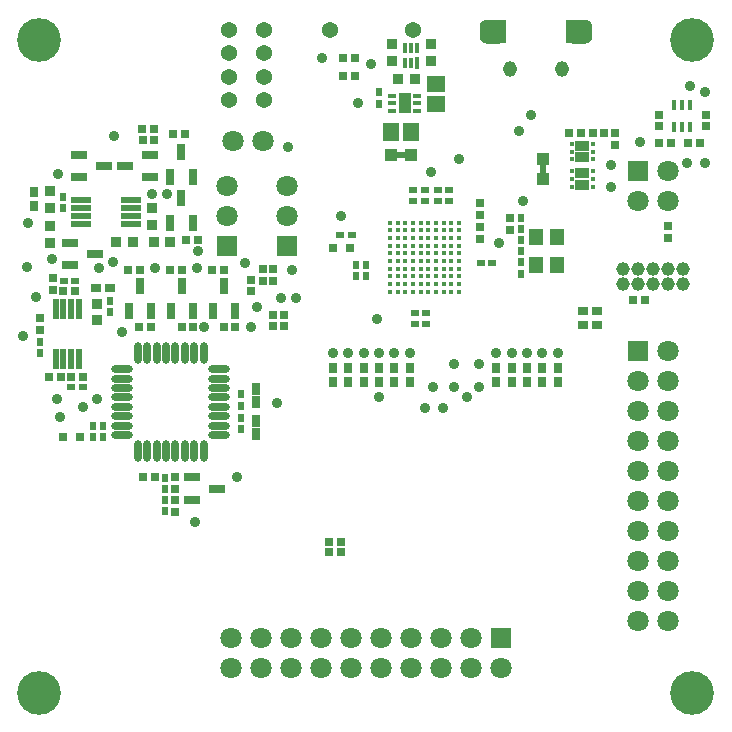
<source format=gbs>
G04 Layer_Color=16711935*
%FSLAX43Y43*%
%MOMM*%
G71*
G01*
G75*
%ADD29C,0.550*%
%ADD92R,0.900X0.510*%
%ADD98R,0.700X0.650*%
%ADD101R,0.950X0.900*%
%ADD102R,0.600X0.750*%
%ADD103R,0.650X0.700*%
%ADD104R,0.750X0.600*%
%ADD109R,1.100X1.050*%
G04:AMPARAMS|DCode=112|XSize=1.15mm|YSize=1.35mm|CornerRadius=0.575mm|HoleSize=0mm|Usage=FLASHONLY|Rotation=180.000|XOffset=0mm|YOffset=0mm|HoleType=Round|Shape=RoundedRectangle|*
%AMROUNDEDRECTD112*
21,1,1.150,0.200,0,0,180.0*
21,1,0.000,1.350,0,0,180.0*
1,1,1.150,0.000,0.100*
1,1,1.150,0.000,0.100*
1,1,1.150,0.000,-0.100*
1,1,1.150,0.000,-0.100*
%
%ADD112ROUNDEDRECTD112*%
G04:AMPARAMS|DCode=113|XSize=2.2mm|YSize=2mm|CornerRadius=0.544mm|HoleSize=0mm|Usage=FLASHONLY|Rotation=180.000|XOffset=0mm|YOffset=0mm|HoleType=Round|Shape=RoundedRectangle|*
%AMROUNDEDRECTD113*
21,1,2.200,0.912,0,0,180.0*
21,1,1.112,2.000,0,0,180.0*
1,1,1.088,-0.556,0.456*
1,1,1.088,0.556,0.456*
1,1,1.088,0.556,-0.456*
1,1,1.088,-0.556,-0.456*
%
%ADD113ROUNDEDRECTD113*%
%ADD114R,1.800X1.800*%
%ADD115C,1.800*%
%ADD116R,1.800X1.800*%
%ADD117C,1.150*%
%ADD118C,3.700*%
%ADD119R,0.510X0.900*%
%ADD120R,0.750X0.900*%
%ADD121C,0.900*%
%ADD122R,1.700X0.550*%
%ADD123R,0.550X1.700*%
%ADD124R,1.400X0.700*%
%ADD125O,0.650X1.850*%
%ADD126O,1.850X0.650*%
%ADD127R,0.900X0.950*%
%ADD128R,0.700X1.400*%
%ADD129R,0.900X0.750*%
%ADD130R,0.800X0.800*%
%ADD131R,0.700X1.000*%
%ADD132R,1.450X1.600*%
%ADD133R,1.600X1.450*%
%ADD134R,0.450X0.950*%
%ADD135R,0.400X0.950*%
%ADD136R,0.400X1.050*%
%ADD137C,1.370*%
%ADD138R,1.150X0.820*%
%ADD139R,0.400X0.450*%
%ADD140C,0.380*%
%ADD141R,1.150X1.400*%
%ADD142R,0.700X0.400*%
%ADD143R,1.100X1.700*%
%ADD144R,1.050X1.100*%
G36*
X-11398Y-675D02*
X-11396Y-675D01*
X-11348Y-679D01*
X-11347Y-679D01*
X-11345Y-679D01*
X-11292Y-686D01*
X-11289Y-687D01*
X-11285Y-688D01*
X-11232Y-703D01*
X-11230Y-703D01*
X-11228Y-704D01*
X-11185Y-720D01*
X-11183Y-721D01*
X-11181Y-722D01*
X-11139Y-742D01*
X-11137Y-743D01*
X-11134Y-745D01*
X-11090Y-773D01*
X-11088Y-774D01*
X-11087Y-775D01*
X-11049Y-804D01*
X-11047Y-805D01*
X-11046Y-806D01*
X-11007Y-840D01*
X-11004Y-843D01*
X-11001Y-846D01*
X-10972Y-882D01*
X-10971Y-883D01*
X-10971Y-884D01*
X-10943Y-921D01*
X-10941Y-923D01*
X-10940Y-926D01*
X-10916Y-967D01*
X-10915Y-969D01*
X-10914Y-970D01*
X-10894Y-1012D01*
X-10893Y-1014D01*
X-10892Y-1016D01*
X-10876Y-1058D01*
X-10875Y-1061D01*
X-10874Y-1064D01*
X-10862Y-1115D01*
X-10862Y-1117D01*
X-10861Y-1119D01*
X-10854Y-1164D01*
X-10854Y-1166D01*
X-10854Y-1168D01*
X-10850Y-1221D01*
X-10850Y-1223D01*
X-10850Y-1225D01*
Y-2125D01*
X-10850Y-2127D01*
X-10850Y-2129D01*
X-10854Y-2184D01*
X-10854Y-2186D01*
X-10855Y-2189D01*
X-10863Y-2234D01*
X-10863Y-2235D01*
X-10863Y-2237D01*
X-10875Y-2287D01*
X-10876Y-2290D01*
X-10877Y-2294D01*
X-10893Y-2334D01*
X-10906Y-2366D01*
X-10908Y-2370D01*
X-10910Y-2373D01*
X-10935Y-2416D01*
X-10936Y-2418D01*
X-10937Y-2420D01*
X-10963Y-2457D01*
X-10964Y-2458D01*
X-10965Y-2460D01*
X-10996Y-2498D01*
X-10999Y-2500D01*
X-11001Y-2503D01*
X-11046Y-2544D01*
X-11048Y-2546D01*
X-11050Y-2547D01*
X-11090Y-2577D01*
X-11092Y-2578D01*
X-11093Y-2579D01*
X-11139Y-2609D01*
X-11142Y-2610D01*
X-11145Y-2612D01*
X-11198Y-2636D01*
X-11201Y-2637D01*
X-11205Y-2638D01*
X-11292Y-2664D01*
X-11297Y-2665D01*
X-11301Y-2666D01*
X-11301Y-2666D01*
X-11301Y-2666D01*
X-11301D01*
X-11395Y-2675D01*
X-11398Y-2675D01*
X-11400Y-2675D01*
X-13000D01*
X-13010Y-2674D01*
X-13019Y-2671D01*
X-13028Y-2667D01*
X-13036Y-2661D01*
X-13042Y-2653D01*
X-13046Y-2644D01*
X-13049Y-2635D01*
X-13050Y-2625D01*
Y-725D01*
X-13049Y-715D01*
X-13046Y-706D01*
X-13042Y-697D01*
X-13036Y-689D01*
X-13028Y-683D01*
X-13019Y-679D01*
X-13010Y-676D01*
X-13000Y-675D01*
X-11400D01*
X-11398Y-675D01*
D02*
G37*
G36*
X-18190Y-676D02*
X-18181Y-679D01*
X-18172Y-683D01*
X-18164Y-689D01*
X-18158Y-697D01*
X-18154Y-706D01*
X-18151Y-715D01*
X-18150Y-725D01*
Y-2625D01*
X-18151Y-2635D01*
X-18154Y-2644D01*
X-18158Y-2653D01*
X-18164Y-2661D01*
X-18172Y-2667D01*
X-18181Y-2671D01*
X-18190Y-2674D01*
X-18200Y-2675D01*
X-19800D01*
X-19802Y-2675D01*
X-19804Y-2675D01*
X-19852Y-2671D01*
X-19853Y-2671D01*
X-19855Y-2671D01*
X-19908Y-2664D01*
X-19911Y-2663D01*
X-19915Y-2662D01*
X-19968Y-2647D01*
X-19970Y-2647D01*
X-19972Y-2646D01*
X-20015Y-2630D01*
X-20017Y-2629D01*
X-20019Y-2628D01*
X-20061Y-2608D01*
X-20063Y-2607D01*
X-20066Y-2605D01*
X-20110Y-2577D01*
X-20112Y-2576D01*
X-20113Y-2575D01*
X-20151Y-2546D01*
X-20153Y-2545D01*
X-20154Y-2544D01*
X-20193Y-2510D01*
X-20196Y-2507D01*
X-20199Y-2504D01*
X-20228Y-2468D01*
X-20229Y-2467D01*
X-20229Y-2466D01*
X-20257Y-2429D01*
X-20259Y-2427D01*
X-20260Y-2424D01*
X-20284Y-2383D01*
X-20285Y-2381D01*
X-20286Y-2380D01*
X-20306Y-2338D01*
X-20307Y-2336D01*
X-20308Y-2334D01*
X-20324Y-2292D01*
X-20325Y-2289D01*
X-20326Y-2286D01*
X-20338Y-2235D01*
X-20338Y-2233D01*
X-20339Y-2231D01*
X-20346Y-2186D01*
X-20346Y-2184D01*
X-20346Y-2182D01*
X-20350Y-2129D01*
X-20350Y-2127D01*
X-20350Y-2125D01*
Y-1225D01*
X-20350Y-1223D01*
X-20350Y-1221D01*
X-20346Y-1166D01*
X-20346Y-1164D01*
X-20345Y-1161D01*
X-20337Y-1116D01*
X-20337Y-1115D01*
X-20337Y-1113D01*
X-20325Y-1063D01*
X-20324Y-1060D01*
X-20323Y-1056D01*
X-20307Y-1016D01*
X-20294Y-984D01*
X-20292Y-980D01*
X-20290Y-977D01*
X-20265Y-934D01*
X-20264Y-932D01*
X-20263Y-930D01*
X-20237Y-893D01*
X-20236Y-892D01*
X-20235Y-890D01*
X-20204Y-852D01*
X-20201Y-850D01*
X-20199Y-847D01*
X-20154Y-806D01*
X-20152Y-804D01*
X-20150Y-803D01*
X-20110Y-773D01*
X-20108Y-772D01*
X-20107Y-771D01*
X-20061Y-742D01*
X-20058Y-740D01*
X-20055Y-738D01*
X-20002Y-714D01*
X-19999Y-713D01*
X-19995Y-712D01*
X-19908Y-686D01*
X-19903Y-685D01*
X-19899Y-684D01*
X-19899Y-684D01*
X-19899Y-684D01*
X-19899D01*
X-19805Y-675D01*
X-19802Y-675D01*
X-19800Y-675D01*
X-18200D01*
X-18190Y-676D01*
D02*
G37*
D29*
X-26725Y-7350D02*
D03*
Y-8150D02*
D03*
D92*
X-27050Y-12145D02*
D03*
D98*
X-48912Y-9908D02*
D03*
X-47912D02*
D03*
X-6350Y-24400D02*
D03*
X-7350D02*
D03*
X-33100Y-44875D02*
D03*
X-32100D02*
D03*
X-31900Y-5475D02*
D03*
X-30900D02*
D03*
X-31900Y-3879D02*
D03*
X-30900D02*
D03*
X-33100Y-45775D02*
D03*
X-32100D02*
D03*
X-49125Y-21825D02*
D03*
X-50125D02*
D03*
X-45550D02*
D03*
X-46550D02*
D03*
X-42000D02*
D03*
X-43000D02*
D03*
X-42050Y-26675D02*
D03*
X-41050D02*
D03*
X-45600D02*
D03*
X-44600D02*
D03*
X-49175D02*
D03*
X-48175D02*
D03*
X-54600Y-23600D02*
D03*
X-55600D02*
D03*
X-53950Y-30900D02*
D03*
X-54950D02*
D03*
X-44200Y-19300D02*
D03*
X-45200D02*
D03*
X-48850Y-39425D02*
D03*
X-47850D02*
D03*
X-48900Y-10850D02*
D03*
X-47900D02*
D03*
X-46350Y-10375D02*
D03*
X-45350D02*
D03*
X-12781Y-10279D02*
D03*
X-11781D02*
D03*
X-9806D02*
D03*
X-10806D02*
D03*
X-2700Y-11100D02*
D03*
X-1700D02*
D03*
X-5200D02*
D03*
X-4200D02*
D03*
X-56850Y-30900D02*
D03*
X-55850D02*
D03*
D101*
X-56700Y-18175D02*
D03*
Y-19575D02*
D03*
X-48125Y-18025D02*
D03*
Y-16625D02*
D03*
X-56750Y-16575D02*
D03*
Y-15175D02*
D03*
X-52750Y-24725D02*
D03*
Y-26125D02*
D03*
X-27800Y-4150D02*
D03*
Y-2750D02*
D03*
X-24500Y-4150D02*
D03*
Y-2750D02*
D03*
D102*
X-57550Y-28925D02*
D03*
Y-27975D02*
D03*
X-55650Y-15700D02*
D03*
Y-16650D02*
D03*
X-51650Y-25450D02*
D03*
Y-24500D02*
D03*
X-46975Y-39450D02*
D03*
Y-40400D02*
D03*
Y-41350D02*
D03*
Y-42300D02*
D03*
X-53075Y-36000D02*
D03*
Y-35050D02*
D03*
X-52250Y-36000D02*
D03*
Y-35050D02*
D03*
X-40600Y-33350D02*
D03*
Y-32400D02*
D03*
X-28900Y-6825D02*
D03*
Y-7775D02*
D03*
X-16900Y-19325D02*
D03*
Y-20275D02*
D03*
X-30000Y-21425D02*
D03*
Y-22375D02*
D03*
X-30875Y-21425D02*
D03*
Y-22375D02*
D03*
X-40600Y-34350D02*
D03*
Y-35300D02*
D03*
X-16900Y-18425D02*
D03*
Y-17475D02*
D03*
Y-22175D02*
D03*
Y-21225D02*
D03*
D103*
X-4419Y-19125D02*
D03*
Y-18125D02*
D03*
X-39750Y-23675D02*
D03*
Y-22675D02*
D03*
X-56500Y-23575D02*
D03*
Y-22575D02*
D03*
X-46125Y-41325D02*
D03*
Y-42325D02*
D03*
Y-39425D02*
D03*
Y-40425D02*
D03*
X-5200Y-9700D02*
D03*
Y-8700D02*
D03*
X-1200Y-8700D02*
D03*
Y-9700D02*
D03*
X-8925Y-10300D02*
D03*
Y-11300D02*
D03*
X-20300Y-16200D02*
D03*
Y-17200D02*
D03*
Y-19200D02*
D03*
Y-18200D02*
D03*
X-17800Y-18450D02*
D03*
Y-17450D02*
D03*
X-37875Y-21750D02*
D03*
Y-22750D02*
D03*
X-38700Y-22750D02*
D03*
Y-21750D02*
D03*
X-36925Y-26628D02*
D03*
Y-25628D02*
D03*
X-37825Y-26628D02*
D03*
Y-25628D02*
D03*
X-57550Y-25950D02*
D03*
Y-26950D02*
D03*
D104*
X-55575Y-22775D02*
D03*
X-54625D02*
D03*
X-54925Y-31725D02*
D03*
X-53975D02*
D03*
X-31200Y-18900D02*
D03*
X-32150D02*
D03*
X-25025Y-15100D02*
D03*
X-25975D02*
D03*
X-25025Y-16000D02*
D03*
X-25975D02*
D03*
X-23875Y-15100D02*
D03*
X-22925D02*
D03*
X-23875Y-16000D02*
D03*
X-22925D02*
D03*
X-20275Y-21300D02*
D03*
X-19325D02*
D03*
X-25850Y-25500D02*
D03*
X-24900D02*
D03*
X-25850Y-26400D02*
D03*
X-24900D02*
D03*
D109*
X-26200Y-12150D02*
D03*
X-27900D02*
D03*
D112*
X-13375Y-4800D02*
D03*
X-17825D02*
D03*
D113*
X-19250Y-1675D02*
D03*
X-11950D02*
D03*
D114*
X-36696Y-19840D02*
D03*
X-6970Y-13490D02*
D03*
Y-28730D02*
D03*
X-41776Y-19840D02*
D03*
D115*
X-36696Y-17300D02*
D03*
Y-14760D02*
D03*
X-4430Y-13490D02*
D03*
Y-16030D02*
D03*
X-6970D02*
D03*
X-4430Y-38890D02*
D03*
Y-28730D02*
D03*
Y-31270D02*
D03*
X-6970D02*
D03*
X-4430Y-33810D02*
D03*
X-6970D02*
D03*
X-4430Y-36350D02*
D03*
X-6970D02*
D03*
Y-38890D02*
D03*
Y-51590D02*
D03*
Y-49050D02*
D03*
X-4430D02*
D03*
X-6970Y-46510D02*
D03*
X-4430D02*
D03*
X-6970Y-43970D02*
D03*
X-4430D02*
D03*
Y-41430D02*
D03*
X-6970D02*
D03*
X-4430Y-51590D02*
D03*
X-41270Y-10950D02*
D03*
X-38730D02*
D03*
X-41776Y-17300D02*
D03*
Y-14760D02*
D03*
X-41430Y-55570D02*
D03*
X-31270Y-53030D02*
D03*
Y-55570D02*
D03*
X-33810D02*
D03*
Y-53030D02*
D03*
X-36350Y-55570D02*
D03*
Y-53030D02*
D03*
X-38890Y-55570D02*
D03*
Y-53030D02*
D03*
X-41430D02*
D03*
X-28730D02*
D03*
X-26190D02*
D03*
Y-55570D02*
D03*
X-23650Y-53030D02*
D03*
Y-55570D02*
D03*
X-21110Y-53030D02*
D03*
Y-55570D02*
D03*
X-18570D02*
D03*
X-28730D02*
D03*
D116*
X-18570Y-53030D02*
D03*
D117*
X-3160Y-21740D02*
D03*
X-4430D02*
D03*
X-5700D02*
D03*
X-6970D02*
D03*
Y-23010D02*
D03*
X-5700D02*
D03*
X-4430D02*
D03*
X-3160D02*
D03*
X-8240D02*
D03*
Y-21740D02*
D03*
D118*
X-57650Y-57650D02*
D03*
X-2350D02*
D03*
X-57650Y-2350D02*
D03*
X-2350D02*
D03*
D119*
X-15002Y-13326D02*
D03*
D120*
X-13750Y-30150D02*
D03*
Y-31350D02*
D03*
X-27580Y-31375D02*
D03*
Y-30175D02*
D03*
X-15050Y-31375D02*
D03*
Y-30175D02*
D03*
X-16350Y-31375D02*
D03*
Y-30175D02*
D03*
X-32780Y-30175D02*
D03*
Y-31375D02*
D03*
X-31480Y-30175D02*
D03*
Y-31375D02*
D03*
X-28880Y-30175D02*
D03*
Y-31375D02*
D03*
X-58075Y-15250D02*
D03*
Y-16450D02*
D03*
X-26280Y-30175D02*
D03*
Y-31375D02*
D03*
X-18950Y-30175D02*
D03*
Y-31375D02*
D03*
X-17650Y-30175D02*
D03*
Y-31375D02*
D03*
X-30180Y-31375D02*
D03*
Y-30175D02*
D03*
D121*
X-55900Y-34300D02*
D03*
X-32125Y-17250D02*
D03*
X-24525Y-13525D02*
D03*
X-56548Y-20950D02*
D03*
X-53975Y-33500D02*
D03*
X-59025Y-27450D02*
D03*
X-17650Y-28900D02*
D03*
X-18950D02*
D03*
X-28880D02*
D03*
X-30180Y-28900D02*
D03*
X-31480Y-28900D02*
D03*
X-32780D02*
D03*
X-28880Y-32650D02*
D03*
X-47850Y-21700D02*
D03*
X-2575Y-6300D02*
D03*
X-2800Y-12775D02*
D03*
X-18757Y-19575D02*
D03*
X-51336Y-10500D02*
D03*
X-58675Y-21575D02*
D03*
X-48125Y-15425D02*
D03*
X-56150Y-32775D02*
D03*
X-52625Y-21725D02*
D03*
X-37550Y-33100D02*
D03*
X-51375Y-21175D02*
D03*
X-50649Y-27124D02*
D03*
X-44485Y-43175D02*
D03*
X-57950Y-24175D02*
D03*
X-58575Y-17850D02*
D03*
X-30650Y-7750D02*
D03*
X-46830Y-15420D02*
D03*
X-29525Y-4424D02*
D03*
X-40209Y-21300D02*
D03*
X-44275Y-21725D02*
D03*
X-9231Y-14804D02*
D03*
X-9231Y-13004D02*
D03*
X-16350Y-28900D02*
D03*
X-15050Y-28900D02*
D03*
X-40950Y-39425D02*
D03*
X-16050Y-8775D02*
D03*
X-13750Y-28900D02*
D03*
X-1250Y-12800D02*
D03*
X-1250Y-6825D02*
D03*
X-25000Y-33550D02*
D03*
X-29060Y-26000D02*
D03*
X-26280Y-28900D02*
D03*
X-27580D02*
D03*
X-24284Y-31800D02*
D03*
X-23495Y-33550D02*
D03*
X-56106Y-13748D02*
D03*
X-6800Y-11025D02*
D03*
X-44200Y-20225D02*
D03*
X-36625Y-11450D02*
D03*
X-21450Y-32625D02*
D03*
X-20450Y-31800D02*
D03*
X-22550Y-31800D02*
D03*
X-22550Y-29800D02*
D03*
X-20450Y-29800D02*
D03*
X-43725Y-26675D02*
D03*
X-39700D02*
D03*
X-33717Y-3879D02*
D03*
X-36275Y-21825D02*
D03*
X-52750Y-32799D02*
D03*
X-39225Y-24975D02*
D03*
X-16725Y-16050D02*
D03*
X-22100Y-12450D02*
D03*
X-17025Y-10075D02*
D03*
X-37200Y-24250D02*
D03*
X-35925Y-24250D02*
D03*
D122*
X-54150Y-17925D02*
D03*
Y-17275D02*
D03*
Y-16625D02*
D03*
Y-15975D02*
D03*
X-49900Y-17925D02*
D03*
Y-17275D02*
D03*
Y-16625D02*
D03*
Y-15975D02*
D03*
D123*
X-56250Y-25125D02*
D03*
X-55600D02*
D03*
X-54950D02*
D03*
X-54300D02*
D03*
X-56250Y-29375D02*
D03*
X-55600D02*
D03*
X-54950D02*
D03*
X-54300D02*
D03*
D124*
X-42635Y-40375D02*
D03*
X-44735Y-39425D02*
D03*
Y-41325D02*
D03*
X-52950Y-20525D02*
D03*
X-55050Y-19575D02*
D03*
Y-21475D02*
D03*
X-50400Y-13075D02*
D03*
X-48300Y-14025D02*
D03*
Y-12125D02*
D03*
X-52200Y-13075D02*
D03*
X-54300Y-12125D02*
D03*
Y-14025D02*
D03*
D125*
X-43724Y-37176D02*
D03*
X-44524D02*
D03*
X-45324D02*
D03*
X-46124D02*
D03*
X-46924D02*
D03*
X-47724D02*
D03*
X-48524D02*
D03*
X-49324D02*
D03*
Y-28926D02*
D03*
X-48524D02*
D03*
X-47724D02*
D03*
X-46924D02*
D03*
X-46124D02*
D03*
X-45324D02*
D03*
X-44524D02*
D03*
X-43724D02*
D03*
D126*
X-50649Y-35851D02*
D03*
Y-35051D02*
D03*
Y-34251D02*
D03*
Y-33451D02*
D03*
Y-32651D02*
D03*
Y-31851D02*
D03*
Y-31051D02*
D03*
Y-30251D02*
D03*
X-42399D02*
D03*
Y-31051D02*
D03*
Y-31851D02*
D03*
Y-32651D02*
D03*
Y-33451D02*
D03*
Y-34251D02*
D03*
Y-35051D02*
D03*
Y-35851D02*
D03*
D127*
X-51150Y-19475D02*
D03*
X-49750D02*
D03*
X-47950D02*
D03*
X-46550D02*
D03*
X-25875Y-5700D02*
D03*
X-27275D02*
D03*
D128*
X-49100Y-23200D02*
D03*
X-50050Y-25300D02*
D03*
X-48150D02*
D03*
X-45550Y-23200D02*
D03*
X-46500Y-25300D02*
D03*
X-44600D02*
D03*
X-42000Y-23200D02*
D03*
X-42950Y-25300D02*
D03*
X-41050D02*
D03*
X-45625Y-15750D02*
D03*
X-46575Y-17850D02*
D03*
X-44675D02*
D03*
X-45625Y-11850D02*
D03*
X-46575Y-13950D02*
D03*
X-44675D02*
D03*
D129*
X-51625Y-23425D02*
D03*
X-52825D02*
D03*
X-10400Y-26500D02*
D03*
X-11600D02*
D03*
X-10425Y-25325D02*
D03*
X-11625D02*
D03*
D130*
X-54200Y-36000D02*
D03*
X-55600D02*
D03*
X-32775Y-20000D02*
D03*
X-31375D02*
D03*
D131*
X-39325Y-31950D02*
D03*
Y-33050D02*
D03*
Y-35750D02*
D03*
Y-34650D02*
D03*
D132*
X-26200Y-10175D02*
D03*
X-27850D02*
D03*
D133*
X-24075Y-7800D02*
D03*
Y-6150D02*
D03*
D134*
X-3875Y-9725D02*
D03*
X-3225D02*
D03*
X-2575D02*
D03*
Y-7875D02*
D03*
X-3225D02*
D03*
X-3875D02*
D03*
D135*
X-26650Y-4350D02*
D03*
Y-3100D02*
D03*
X-25650D02*
D03*
X-26150Y-4350D02*
D03*
Y-3100D02*
D03*
D136*
X-25650Y-4300D02*
D03*
D137*
X-38600Y-7500D02*
D03*
Y-3500D02*
D03*
X-41600Y-7500D02*
D03*
X-38600Y-5500D02*
D03*
X-41600D02*
D03*
Y-3500D02*
D03*
X-38600Y-1500D02*
D03*
X-41600D02*
D03*
X-26000D02*
D03*
X-33000D02*
D03*
D138*
X-11681Y-14644D02*
D03*
X-11681Y-13664D02*
D03*
X-11681Y-12319D02*
D03*
X-11681Y-11339D02*
D03*
D139*
X-12556Y-13504D02*
D03*
Y-14154D02*
D03*
Y-14804D02*
D03*
X-10806D02*
D03*
Y-14154D02*
D03*
Y-13504D02*
D03*
X-12556Y-11179D02*
D03*
Y-11829D02*
D03*
Y-12479D02*
D03*
X-10806D02*
D03*
Y-11829D02*
D03*
Y-11179D02*
D03*
D140*
X-22100Y-23700D02*
D03*
Y-23050D02*
D03*
Y-22400D02*
D03*
Y-21750D02*
D03*
Y-20450D02*
D03*
Y-19800D02*
D03*
Y-19150D02*
D03*
Y-21100D02*
D03*
X-22750D02*
D03*
X-23400D02*
D03*
X-24050D02*
D03*
X-24700D02*
D03*
X-25350D02*
D03*
X-26000D02*
D03*
X-26650D02*
D03*
X-27300D02*
D03*
X-27950D02*
D03*
X-22750Y-23700D02*
D03*
X-23400D02*
D03*
X-24050D02*
D03*
X-24700D02*
D03*
X-25350D02*
D03*
X-26000D02*
D03*
X-26650D02*
D03*
X-27300D02*
D03*
X-27950D02*
D03*
X-22750Y-23050D02*
D03*
X-23400D02*
D03*
X-24050D02*
D03*
X-24700D02*
D03*
X-25350D02*
D03*
X-26000D02*
D03*
X-26650D02*
D03*
X-27300D02*
D03*
X-27950D02*
D03*
X-22750Y-22400D02*
D03*
X-23400D02*
D03*
X-24050D02*
D03*
X-24700D02*
D03*
X-25350D02*
D03*
X-26000D02*
D03*
X-26650D02*
D03*
X-27300D02*
D03*
X-27950D02*
D03*
X-22750Y-21750D02*
D03*
X-23400D02*
D03*
X-24050D02*
D03*
X-24700D02*
D03*
X-25350D02*
D03*
X-26000D02*
D03*
X-26650D02*
D03*
X-27300D02*
D03*
X-27950D02*
D03*
X-22750Y-20450D02*
D03*
X-23400D02*
D03*
X-24050D02*
D03*
X-24700D02*
D03*
X-25350D02*
D03*
X-26000D02*
D03*
X-26650D02*
D03*
X-27300D02*
D03*
X-27950D02*
D03*
X-22750Y-19800D02*
D03*
X-23400D02*
D03*
X-24050D02*
D03*
X-24700D02*
D03*
X-25350D02*
D03*
X-26000D02*
D03*
X-26650D02*
D03*
X-27300D02*
D03*
X-27950D02*
D03*
X-22750Y-19150D02*
D03*
X-23400D02*
D03*
X-24050D02*
D03*
X-24700D02*
D03*
X-25350D02*
D03*
X-26000D02*
D03*
X-26650D02*
D03*
X-27300D02*
D03*
X-27950D02*
D03*
X-22100Y-18500D02*
D03*
X-22750D02*
D03*
X-23400D02*
D03*
X-24050D02*
D03*
X-24700D02*
D03*
X-25350D02*
D03*
X-26000D02*
D03*
X-26650D02*
D03*
X-27300D02*
D03*
X-27950D02*
D03*
X-22100Y-17850D02*
D03*
X-22750D02*
D03*
X-23400D02*
D03*
X-24050D02*
D03*
X-24700D02*
D03*
X-25350D02*
D03*
X-26000D02*
D03*
X-26650D02*
D03*
X-27300D02*
D03*
X-27950D02*
D03*
D141*
X-13775Y-19100D02*
D03*
X-15625Y-21400D02*
D03*
Y-19100D02*
D03*
X-13775Y-21400D02*
D03*
D142*
X-27775Y-8400D02*
D03*
Y-7750D02*
D03*
Y-7100D02*
D03*
X-25675D02*
D03*
Y-7750D02*
D03*
Y-8400D02*
D03*
D143*
X-26725Y-7750D02*
D03*
D144*
X-15007Y-14176D02*
D03*
Y-12476D02*
D03*
M02*

</source>
